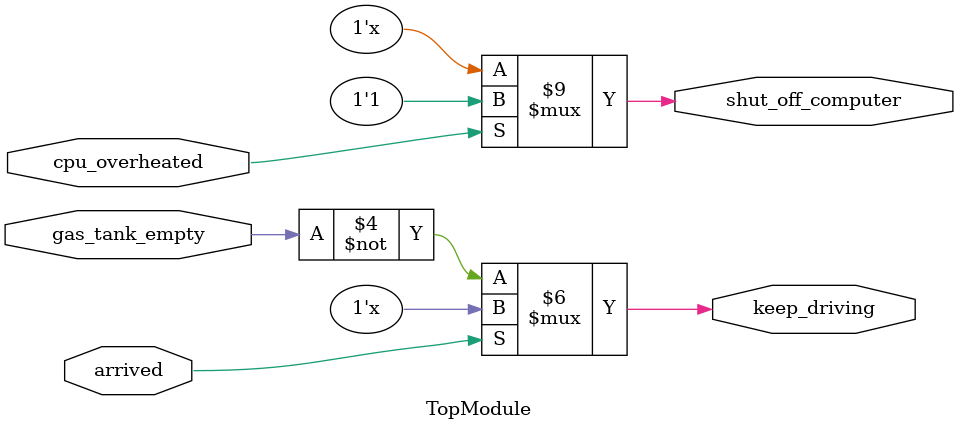
<source format=sv>

module TopModule (
  input cpu_overheated,
  output reg shut_off_computer,
  input arrived,
  input gas_tank_empty,
  output reg keep_driving
);

always @(*) begin
    if (cpu_overheated)
        shut_off_computer = 1;
end

always @(*) begin
    if (~arrived) 
        keep_driving = ~gas_tank_empty;
end

endmodule

// VERILOG-EVAL: errant inclusion of module definition

</source>
